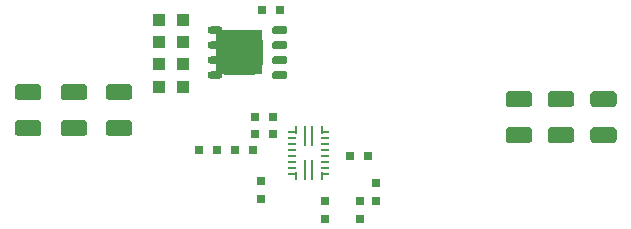
<source format=gtp>
G04*
G04 #@! TF.GenerationSoftware,Altium Limited,Altium Designer,23.0.1 (38)*
G04*
G04 Layer_Color=8421504*
%FSLAX44Y44*%
%MOMM*%
G71*
G04*
G04 #@! TF.SameCoordinates,61B169D7-A8E7-49CF-968D-BC901533A6F8*
G04*
G04*
G04 #@! TF.FilePolarity,Positive*
G04*
G01*
G75*
%ADD18R,0.8000X0.8000*%
%ADD19R,0.2500X0.6750*%
%ADD20R,0.8000X0.2500*%
%ADD21R,0.2500X1.8000*%
%ADD22R,1.2700X0.6096*%
%ADD23R,3.9116X3.8100*%
%ADD24R,0.8000X0.8000*%
%ADD25R,1.0000X1.0000*%
G36*
X267482Y222992D02*
X267965Y221826D01*
Y218778D01*
X267482Y217611D01*
X266315Y217128D01*
X256663D01*
X255497Y217611D01*
X255014Y218778D01*
Y221826D01*
X255497Y222992D01*
X256663Y223475D01*
X266315D01*
X267482Y222992D01*
D02*
G37*
G36*
Y210292D02*
X267965Y209126D01*
Y206078D01*
X267482Y204911D01*
X266315Y204428D01*
X256663D01*
X255497Y204911D01*
X255014Y206078D01*
Y209126D01*
X255497Y210292D01*
X256663Y210775D01*
X266315D01*
X267482Y210292D01*
D02*
G37*
G36*
Y197592D02*
X267965Y196426D01*
Y193378D01*
X267482Y192211D01*
X266315Y191728D01*
X256663D01*
X255497Y192211D01*
X255014Y193378D01*
Y196426D01*
X255497Y197592D01*
X256663Y198075D01*
X266315D01*
X267482Y197592D01*
D02*
G37*
G36*
X211602Y222992D02*
X212085Y221826D01*
Y218778D01*
X212031Y218647D01*
X212617Y219097D01*
X214934Y220056D01*
X217420Y220384D01*
X237486D01*
X239973Y220056D01*
X242290Y219097D01*
X244280Y217570D01*
X245806Y215580D01*
X246766Y213263D01*
X247094Y210777D01*
Y191727D01*
X246766Y189240D01*
X245806Y186923D01*
X244280Y184933D01*
X242290Y183407D01*
X239973Y182447D01*
X237486Y182119D01*
X217420D01*
X214934Y182447D01*
X212617Y183407D01*
X212031Y183856D01*
X212085Y183726D01*
Y180678D01*
X211602Y179511D01*
X210435Y179028D01*
X203323D01*
X202157Y179511D01*
X201674Y180678D01*
Y183726D01*
X202157Y184892D01*
X203323Y185375D01*
X210288D01*
X209100Y186923D01*
X208141Y189240D01*
X207813Y191727D01*
Y191728D01*
X203323D01*
X202157Y192211D01*
X201674Y193378D01*
Y196426D01*
X202157Y197592D01*
X203323Y198075D01*
X207813D01*
Y204428D01*
X203323D01*
X202157Y204911D01*
X201674Y206078D01*
Y209126D01*
X202157Y210292D01*
X203323Y210775D01*
X207813D01*
Y210777D01*
X208141Y213263D01*
X209100Y215580D01*
X210288Y217128D01*
X203323D01*
X202157Y217611D01*
X201674Y218778D01*
Y221826D01*
X202157Y222992D01*
X203323Y223475D01*
X210435D01*
X211602Y222992D01*
D02*
G37*
G36*
X267482Y184892D02*
X267965Y183726D01*
Y180678D01*
X267482Y179511D01*
X266315Y179028D01*
X256663D01*
X255497Y179511D01*
X255014Y180678D01*
Y183726D01*
X255497Y184892D01*
X256663Y185375D01*
X266315D01*
X267482Y184892D01*
D02*
G37*
G36*
X134342Y174376D02*
X135499Y173602D01*
X136273Y172445D01*
X136545Y171079D01*
Y164079D01*
X136273Y162713D01*
X135499Y161556D01*
X134342Y160782D01*
X132976Y160511D01*
X117976D01*
X116610Y160782D01*
X115453Y161556D01*
X114679Y162713D01*
X114407Y164079D01*
Y171079D01*
X114679Y172445D01*
X115453Y173602D01*
X116610Y174376D01*
X117976Y174648D01*
X132976D01*
X134342Y174376D01*
D02*
G37*
G36*
X96087Y174353D02*
X97244Y173580D01*
X98018Y172422D01*
X98290Y171056D01*
Y164056D01*
X98018Y162691D01*
X97244Y161533D01*
X96087Y160759D01*
X94721Y160488D01*
X79721D01*
X78355Y160759D01*
X77198Y161533D01*
X76424Y162691D01*
X76153Y164056D01*
Y171056D01*
X76424Y172422D01*
X77198Y173580D01*
X78355Y174353D01*
X79721Y174625D01*
X94721D01*
X96087Y174353D01*
D02*
G37*
G36*
X57397D02*
X58555Y173580D01*
X59329Y172422D01*
X59600Y171056D01*
Y164056D01*
X59329Y162691D01*
X58555Y161533D01*
X57397Y160759D01*
X56032Y160488D01*
X41032D01*
X39666Y160759D01*
X38508Y161533D01*
X37735Y162691D01*
X37463Y164056D01*
Y171056D01*
X37735Y172422D01*
X38508Y173580D01*
X39666Y174353D01*
X41032Y174625D01*
X56032D01*
X57397Y174353D01*
D02*
G37*
G36*
X472906Y168407D02*
X474064Y167633D01*
X474837Y166476D01*
X475109Y165110D01*
Y158110D01*
X474837Y156744D01*
X474064Y155587D01*
X472906Y154813D01*
X471540Y154542D01*
X456540D01*
X455175Y154813D01*
X454017Y155587D01*
X453243Y156744D01*
X452972Y158110D01*
Y165110D01*
X453243Y166476D01*
X454017Y167633D01*
X455175Y168407D01*
X456540Y168679D01*
X471540D01*
X472906Y168407D01*
D02*
G37*
G36*
X544582Y168404D02*
X545740Y167631D01*
X546513Y166473D01*
X546785Y165107D01*
Y158108D01*
X546513Y156742D01*
X545740Y155584D01*
X544582Y154811D01*
X543217Y154539D01*
X528217D01*
X526851Y154811D01*
X525693Y155584D01*
X524920Y156742D01*
X524648Y158108D01*
Y165107D01*
X524920Y166473D01*
X525693Y167631D01*
X526851Y168404D01*
X528217Y168676D01*
X543217D01*
X544582Y168404D01*
D02*
G37*
G36*
X508484D02*
X509641Y167631D01*
X510415Y166473D01*
X510687Y165107D01*
Y158108D01*
X510415Y156742D01*
X509641Y155584D01*
X508484Y154811D01*
X507118Y154539D01*
X492118D01*
X490752Y154811D01*
X489595Y155584D01*
X488821Y156742D01*
X488549Y158108D01*
Y165107D01*
X488821Y166473D01*
X489595Y167631D01*
X490752Y168404D01*
X492118Y168676D01*
X507118D01*
X508484Y168404D01*
D02*
G37*
G36*
X134342Y143896D02*
X135499Y143122D01*
X136273Y141965D01*
X136545Y140599D01*
Y133599D01*
X136273Y132233D01*
X135499Y131076D01*
X134342Y130302D01*
X132976Y130030D01*
X117976D01*
X116610Y130302D01*
X115453Y131076D01*
X114679Y132233D01*
X114407Y133599D01*
Y140599D01*
X114679Y141965D01*
X115453Y143122D01*
X116610Y143896D01*
X117976Y144168D01*
X132976D01*
X134342Y143896D01*
D02*
G37*
G36*
X96087Y143873D02*
X97244Y143099D01*
X98018Y141942D01*
X98290Y140576D01*
Y133576D01*
X98018Y132211D01*
X97244Y131053D01*
X96087Y130279D01*
X94721Y130008D01*
X79721D01*
X78355Y130279D01*
X77198Y131053D01*
X76424Y132211D01*
X76153Y133576D01*
Y140576D01*
X76424Y141942D01*
X77198Y143099D01*
X78355Y143873D01*
X79721Y144145D01*
X94721D01*
X96087Y143873D01*
D02*
G37*
G36*
X57397D02*
X58555Y143099D01*
X59329Y141942D01*
X59600Y140576D01*
Y133576D01*
X59329Y132211D01*
X58555Y131053D01*
X57397Y130279D01*
X56032Y130008D01*
X41032D01*
X39666Y130279D01*
X38508Y131053D01*
X37735Y132211D01*
X37463Y133576D01*
Y140576D01*
X37735Y141942D01*
X38508Y143099D01*
X39666Y143873D01*
X41032Y144145D01*
X56032D01*
X57397Y143873D01*
D02*
G37*
G36*
X472906Y137927D02*
X474064Y137153D01*
X474837Y135996D01*
X475109Y134630D01*
Y127630D01*
X474837Y126264D01*
X474064Y125107D01*
X472906Y124333D01*
X471540Y124061D01*
X456540D01*
X455175Y124333D01*
X454017Y125107D01*
X453243Y126264D01*
X452972Y127630D01*
Y134630D01*
X453243Y135996D01*
X454017Y137153D01*
X455175Y137927D01*
X456540Y138199D01*
X471540D01*
X472906Y137927D01*
D02*
G37*
G36*
X544582Y137924D02*
X545740Y137151D01*
X546513Y135993D01*
X546785Y134628D01*
Y127627D01*
X546513Y126262D01*
X545740Y125104D01*
X544582Y124331D01*
X543217Y124059D01*
X528217D01*
X526851Y124331D01*
X525693Y125104D01*
X524920Y126262D01*
X524648Y127627D01*
Y134628D01*
X524920Y135993D01*
X525693Y137151D01*
X526851Y137924D01*
X528217Y138196D01*
X543217D01*
X544582Y137924D01*
D02*
G37*
G36*
X508484D02*
X509641Y137151D01*
X510415Y135993D01*
X510687Y134628D01*
Y127627D01*
X510415Y126262D01*
X509641Y125104D01*
X508484Y124331D01*
X507118Y124059D01*
X492118D01*
X490752Y124331D01*
X489595Y125104D01*
X488821Y126262D01*
X488549Y127627D01*
Y134628D01*
X488821Y135993D01*
X489595Y137151D01*
X490752Y137924D01*
X492118Y138196D01*
X507118D01*
X508484Y137924D01*
D02*
G37*
D18*
X336169Y113492D02*
D03*
X320929D02*
D03*
X261733Y236728D02*
D03*
X246493D02*
D03*
X255516Y132242D02*
D03*
X240276D02*
D03*
X223817Y118492D02*
D03*
X239057D02*
D03*
X208280D02*
D03*
X193040D02*
D03*
X255516Y146261D02*
D03*
X240276D02*
D03*
D19*
X275048Y96367D02*
D03*
Y135617D02*
D03*
X297538D02*
D03*
X297548Y96367D02*
D03*
D20*
X272298Y98492D02*
D03*
Y103492D02*
D03*
Y108492D02*
D03*
Y113492D02*
D03*
Y118492D02*
D03*
Y123492D02*
D03*
Y128492D02*
D03*
Y133492D02*
D03*
X300288Y133492D02*
D03*
X300298Y128492D02*
D03*
Y123492D02*
D03*
Y118492D02*
D03*
Y113492D02*
D03*
Y108492D02*
D03*
Y103492D02*
D03*
Y98492D02*
D03*
D21*
X289298Y129992D02*
D03*
X283048D02*
D03*
X289298Y101992D02*
D03*
X283048D02*
D03*
D22*
X261489Y220302D02*
D03*
Y194902D02*
D03*
Y207602D02*
D03*
Y182202D02*
D03*
X206879D02*
D03*
Y194902D02*
D03*
Y207602D02*
D03*
Y220302D02*
D03*
D23*
X227453Y201252D02*
D03*
D24*
X245676Y91910D02*
D03*
Y76670D02*
D03*
X329339Y60262D02*
D03*
Y75501D02*
D03*
X342780Y90742D02*
D03*
Y75501D02*
D03*
X300288Y60262D02*
D03*
Y75501D02*
D03*
D25*
X159139Y228991D02*
D03*
X179459D02*
D03*
X179688Y172146D02*
D03*
X159368D02*
D03*
X179852Y209639D02*
D03*
X159532D02*
D03*
X179855Y191343D02*
D03*
X159535D02*
D03*
M02*

</source>
